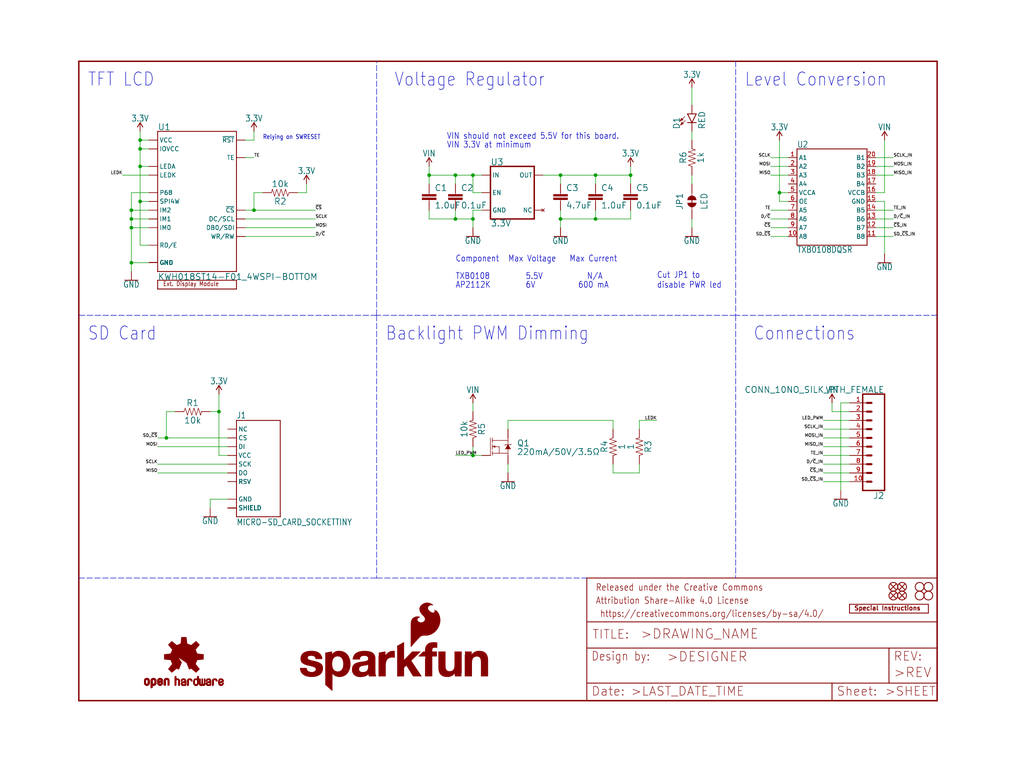
<source format=kicad_sch>
(kicad_sch (version 20211123) (generator eeschema)
  (paper "User" 297.002 223.926)
  (lib_symbols
    (symbol "eagleSchem-eagle-import:0.1UF-0603-100V-10%"
      (property "Reference" "C" (at 1.524 2.921 0))
      (property "Value" "0.1UF-0603-100V-10%" (at 1.524 -2.159 0))
      (symbol "0.1UF-0603-100V-10%_1_0"
        (pin passive line (at 0 5.08 270) (length 2.54) (name "1") (number "1"))
        (pin passive line (at 0 -2.54 90) (length 2.54) (name "2") (number "2"))
      )
    )
    (symbol "eagleSchem-eagle-import:1.0UF-0603-16V-10%"
      (property "Reference" "C" (at 1.524 2.921 0))
      (property "Value" "1.0UF-0603-16V-10%" (at 1.524 -2.159 0))
      (symbol "1.0UF-0603-16V-10%_1_0"
        (pin passive line (at 0 5.08 270) (length 2.54) (name "1") (number "1"))
        (pin passive line (at 0 -2.54 90) (length 2.54) (name "2") (number "2"))
      )
    )
    (symbol "eagleSchem-eagle-import:10KOHM-0603-1{slash}10W-1%"
      (property "Reference" "R" (at 0 1.524 0))
      (property "Value" "10KOHM-0603-1{slash}10W-1%" (at 0 -1.524 0))
      (symbol "10KOHM-0603-1{slash}10W-1%_1_0"
        (pin passive line (at -5.08 0 0) (length 2.54) (name "1") (number "1"))
        (pin passive line (at 5.08 0 180) (length 2.54) (name "2") (number "2"))
      )
    )
    (symbol "eagleSchem-eagle-import:1KOHM-0603-1{slash}10W-1%"
      (property "Reference" "R" (at 0 1.524 0))
      (property "Value" "1KOHM-0603-1{slash}10W-1%" (at 0 -1.524 0))
      (symbol "1KOHM-0603-1{slash}10W-1%_1_0"
        (pin passive line (at -5.08 0 0) (length 2.54) (name "1") (number "1"))
        (pin passive line (at 5.08 0 180) (length 2.54) (name "2") (number "2"))
      )
    )
    (symbol "eagleSchem-eagle-import:1OHM-0603-1{slash}10W-1%"
      (property "Reference" "R" (at 0 1.524 0))
      (property "Value" "1OHM-0603-1{slash}10W-1%" (at 0 -1.524 0))
      (symbol "1OHM-0603-1{slash}10W-1%_1_0"
        (pin passive line (at -5.08 0 0) (length 2.54) (name "1") (number "1"))
        (pin passive line (at 5.08 0 180) (length 2.54) (name "2") (number "2"))
      )
    )
    (symbol "eagleSchem-eagle-import:3.3V" (power)
      (property "Value" "3.3V" (at 0 2.794 0))
      (symbol "3.3V_1_0"
        (pin power_in line (at 0 0 90) (length 2.54) (name "3.3V") (number "1"))
      )
    )
    (symbol "eagleSchem-eagle-import:4.7UF-0603-6.3V-(10%)"
      (property "Reference" "C" (at 1.524 2.921 0))
      (property "Value" "4.7UF-0603-6.3V-(10%)" (at 1.524 -2.159 0))
      (symbol "4.7UF-0603-6.3V-(10%)_1_0"
        (pin passive line (at 0 5.08 270) (length 2.54) (name "1") (number "1"))
        (pin passive line (at 0 -2.54 90) (length 2.54) (name "2") (number "2"))
      )
    )
    (symbol "eagleSchem-eagle-import:CONN_10NO_SILK_PTH_FEMALE"
      (property "Reference" "J" (at 0 8.128 0))
      (property "Value" "CONN_10NO_SILK_PTH_FEMALE" (at 0 -22.606 0))
      (symbol "CONN_10NO_SILK_PTH_FEMALE_1_0"
        (pin passive line (at 10.16 -17.78 180) (length 5.08) (name "1") (number "1"))
        (pin passive line (at 10.16 5.08 180) (length 5.08) (name "10") (number "10"))
        (pin passive line (at 10.16 -15.24 180) (length 5.08) (name "2") (number "2"))
        (pin passive line (at 10.16 -12.7 180) (length 5.08) (name "3") (number "3"))
        (pin passive line (at 10.16 -10.16 180) (length 5.08) (name "4") (number "4"))
        (pin passive line (at 10.16 -7.62 180) (length 5.08) (name "5") (number "5"))
        (pin passive line (at 10.16 -5.08 180) (length 5.08) (name "6") (number "6"))
        (pin passive line (at 10.16 -2.54 180) (length 5.08) (name "7") (number "7"))
        (pin passive line (at 10.16 0 180) (length 5.08) (name "8") (number "8"))
        (pin passive line (at 10.16 2.54 180) (length 5.08) (name "9") (number "9"))
      )
    )
    (symbol "eagleSchem-eagle-import:EXTERNAL_DISP-KWH018ST14-F01"
      (symbol "EXTERNAL_DISP-KWH018ST14-F01_1_0"
        (text "Ext. Display Module" (at -13.716 0.762 0) (effects (font (size 1.27 1.0795)) (justify left bottom)))
      )
    )
    (symbol "eagleSchem-eagle-import:FIDUCIAL1X2")
    (symbol "eagleSchem-eagle-import:FRAME-LETTER"
      (symbol "FRAME-LETTER_2_0"
        (text " https://creativecommons.org/licenses/by-sa/4.0/" (at 2.54 24.13 0) (effects (font (size 1.9304 1.6408)) (justify left bottom)))
        (text ">DESIGNER" (at 23.114 11.176 0) (effects (font (size 2.7432 2.7432)) (justify left bottom)))
        (text ">DRAWING_NAME" (at 15.494 17.78 0) (effects (font (size 2.7432 2.7432)) (justify left bottom)))
        (text ">LAST_DATE_TIME" (at 12.7 1.27 0) (effects (font (size 2.54 2.54)) (justify left bottom)))
        (text ">REV" (at 88.9 6.604 0) (effects (font (size 2.7432 2.7432)) (justify left bottom)))
        (text ">SHEET" (at 86.36 1.27 0) (effects (font (size 2.54 2.54)) (justify left bottom)))
        (text "Attribution Share-Alike 4.0 License" (at 2.54 27.94 0) (effects (font (size 1.9304 1.6408)) (justify left bottom)))
        (text "Date:" (at 1.27 1.27 0) (effects (font (size 2.54 2.54)) (justify left bottom)))
        (text "Design by:" (at 1.27 11.43 0) (effects (font (size 2.54 2.159)) (justify left bottom)))
        (text "Released under the Creative Commons" (at 2.54 31.75 0) (effects (font (size 1.9304 1.6408)) (justify left bottom)))
        (text "REV:" (at 88.9 11.43 0) (effects (font (size 2.54 2.54)) (justify left bottom)))
        (text "Sheet:" (at 72.39 1.27 0) (effects (font (size 2.54 2.54)) (justify left bottom)))
        (text "TITLE:" (at 1.524 17.78 0) (effects (font (size 2.54 2.54)) (justify left bottom)))
      )
    )
    (symbol "eagleSchem-eagle-import:GND" (power)
      (property "Value" "GND" (at 0 -0.254 0))
      (symbol "GND_1_0"
        (pin power_in line (at 0 2.54 270) (length 2.54) (name "GND") (number "1"))
      )
    )
    (symbol "eagleSchem-eagle-import:JUMPER-SMT_2_NC_TRACE_SILK"
      (property "Reference" "JP" (at -2.54 2.54 0))
      (property "Value" "JUMPER-SMT_2_NC_TRACE_SILK" (at -2.54 -2.54 0))
      (symbol "JUMPER-SMT_2_NC_TRACE_SILK_1_0"
        (pin passive line (at -5.08 0 0) (length 2.54) (name "1") (number "1"))
        (pin passive line (at 5.08 0 180) (length 2.54) (name "2") (number "2"))
      )
    )
    (symbol "eagleSchem-eagle-import:KWH018ST14-F01_4WSPI-BOTTOM"
      (property "Reference" "U" (at -10.16 15.494 0))
      (property "Value" "KWH018ST14-F01_4WSPI-BOTTOM" (at -10.16 -27.94 0))
      (symbol "KWH018ST14-F01_4WSPI-BOTTOM_1_0"
        (pin bidirectional line (at -12.7 5.08 0) (length 2.54) (name "LEDA") (number "P$1"))
        (pin bidirectional line (at -12.7 -22.86 0) (length 2.54) (name "GND") (number "P$10"))
        (pin bidirectional line (at -12.7 -22.86 0) (length 2.54) (name "GND") (number "P$11"))
        (pin bidirectional line (at -12.7 -22.86 0) (length 2.54) (name "GND") (number "P$12"))
        (pin bidirectional line (at -12.7 -22.86 0) (length 2.54) (name "GND") (number "P$13"))
        (pin bidirectional line (at -12.7 -22.86 0) (length 2.54) (name "GND") (number "P$14"))
        (pin bidirectional line (at -12.7 -22.86 0) (length 2.54) (name "GND") (number "P$15"))
        (pin bidirectional line (at -12.7 -22.86 0) (length 2.54) (name "GND") (number "P$16"))
        (pin bidirectional line (at -12.7 -22.86 0) (length 2.54) (name "GND") (number "P$17"))
        (pin bidirectional line (at -12.7 -22.86 0) (length 2.54) (name "GND") (number "P$18"))
        (pin bidirectional line (at -12.7 -22.86 0) (length 2.54) (name "GND") (number "P$19"))
        (pin bidirectional line (at -12.7 2.54 0) (length 2.54) (name "LEDK") (number "P$2"))
        (pin bidirectional line (at -12.7 -22.86 0) (length 2.54) (name "GND") (number "P$20"))
        (pin bidirectional line (at -12.7 -22.86 0) (length 2.54) (name "GND") (number "P$21"))
        (pin bidirectional line (at -12.7 -22.86 0) (length 2.54) (name "GND") (number "P$22"))
        (pin bidirectional line (at -12.7 -22.86 0) (length 2.54) (name "GND") (number "P$23"))
        (pin bidirectional line (at -12.7 -22.86 0) (length 2.54) (name "GND") (number "P$24"))
        (pin bidirectional line (at 15.24 -12.7 180) (length 2.54) (name "DB0/SDI") (number "P$25"))
        (pin bidirectional line (at -12.7 -17.78 0) (length 2.54) (name "RD/E") (number "P$26"))
        (pin bidirectional line (at 15.24 -15.24 180) (length 2.54) (name "WR/RW") (number "P$27"))
        (pin bidirectional line (at 15.24 -10.16 180) (length 2.54) (name "DC/SCL") (number "P$28"))
        (pin bidirectional line (at 15.24 -7.62 180) (length 2.54) (name "~{CS}") (number "P$29"))
        (pin bidirectional line (at -12.7 -22.86 0) (length 2.54) (name "GND") (number "P$3"))
        (pin bidirectional line (at -12.7 -5.08 0) (length 2.54) (name "SPI4W") (number "P$30"))
        (pin bidirectional line (at -12.7 -2.54 0) (length 2.54) (name "P68") (number "P$31"))
        (pin bidirectional line (at -12.7 -7.62 0) (length 2.54) (name "IM2") (number "P$32"))
        (pin bidirectional line (at -12.7 -10.16 0) (length 2.54) (name "IM1") (number "P$33"))
        (pin bidirectional line (at -12.7 -12.7 0) (length 2.54) (name "IM0") (number "P$34"))
        (pin bidirectional line (at -12.7 -22.86 0) (length 2.54) (name "GND") (number "P$35"))
        (pin bidirectional line (at 15.24 12.7 180) (length 2.54) (name "~{RST}") (number "P$4"))
        (pin bidirectional line (at -12.7 -22.86 0) (length 2.54) (name "GND") (number "P$40"))
        (pin bidirectional line (at -12.7 12.7 0) (length 2.54) (name "VCC") (number "P$5"))
        (pin bidirectional line (at -12.7 10.16 0) (length 2.54) (name "IOVCC") (number "P$6"))
        (pin bidirectional line (at 15.24 7.62 180) (length 2.54) (name "TE") (number "P$7"))
        (pin bidirectional line (at -12.7 -22.86 0) (length 2.54) (name "GND") (number "P$8"))
        (pin bidirectional line (at -12.7 -22.86 0) (length 2.54) (name "GND") (number "P$9"))
      )
    )
    (symbol "eagleSchem-eagle-import:LED-RED0603"
      (property "Reference" "D" (at -3.429 -4.572 90))
      (property "Value" "LED-RED0603" (at 1.905 -4.572 90))
      (symbol "LED-RED0603_1_0"
        (pin passive line (at 0 2.54 270) (length 2.54) (name "A") (number "A"))
        (pin passive line (at 0 -5.08 90) (length 2.54) (name "C") (number "C"))
      )
    )
    (symbol "eagleSchem-eagle-import:MICRO-SD_CARD_SOCKETTINY"
      (property "Reference" "J" (at -5.08 15.748 0))
      (property "Value" "MICRO-SD_CARD_SOCKETTINY" (at -5.08 -15.24 0))
      (symbol "MICRO-SD_CARD_SOCKETTINY_1_0"
        (pin bidirectional line (at -7.62 -2.54 0) (length 2.54) (name "RSV") (number "1"))
        (pin bidirectional line (at -7.62 10.16 0) (length 2.54) (name "CS") (number "2"))
        (pin bidirectional line (at -7.62 7.62 0) (length 2.54) (name "DI") (number "3"))
        (pin bidirectional line (at -7.62 5.08 0) (length 2.54) (name "VCC") (number "4"))
        (pin bidirectional line (at -7.62 2.54 0) (length 2.54) (name "SCK") (number "5"))
        (pin bidirectional line (at -7.62 -7.62 0) (length 2.54) (name "GND") (number "6"))
        (pin bidirectional line (at -7.62 0 0) (length 2.54) (name "DO") (number "7"))
        (pin bidirectional line (at -7.62 -2.54 0) (length 2.54) (name "RSV") (number "8"))
        (pin bidirectional line (at -7.62 12.7 0) (length 2.54) (name "NC") (number "9"))
        (pin bidirectional line (at -7.62 -10.16 0) (length 2.54) (name "SHIELD") (number "GND1"))
        (pin bidirectional line (at -7.62 -10.16 0) (length 2.54) (name "SHIELD") (number "GND2"))
        (pin bidirectional line (at -7.62 -10.16 0) (length 2.54) (name "SHIELD") (number "GND3"))
        (pin bidirectional line (at -7.62 -10.16 0) (length 2.54) (name "SHIELD") (number "GND4"))
        (pin bidirectional line (at -7.62 -10.16 0) (length 2.54) (name "SHIELD") (number "GND5"))
        (pin bidirectional line (at -7.62 -10.16 0) (length 2.54) (name "SHIELD") (number "GND6"))
      )
    )
    (symbol "eagleSchem-eagle-import:MOSFET-NCH-BSS138"
      (property "Reference" "Q" (at 5.08 0 0))
      (property "Value" "MOSFET-NCH-BSS138" (at 5.08 -2.54 0))
      (symbol "MOSFET-NCH-BSS138_1_0"
        (pin bidirectional line (at -5.08 -2.54 0) (length 2.54) (name "G") (number "1"))
        (pin bidirectional line (at 2.54 -5.08 90) (length 2.54) (name "S") (number "2"))
        (pin bidirectional line (at 2.54 5.08 270) (length 2.54) (name "D") (number "3"))
      )
    )
    (symbol "eagleSchem-eagle-import:OSHW-LOGOS")
    (symbol "eagleSchem-eagle-import:SFE_LOGO_NAME_FLAME.3_INCH")
    (symbol "eagleSchem-eagle-import:SPECIAL_INSTRUCTIONS-PRODUCTION"
      (symbol "SPECIAL_INSTRUCTIONS-PRODUCTION_1_0"
        (text "Special Instructions" (at 1.27 0.6985 0) (effects (font (size 1.27 1.27) (thickness 0.254) bold) (justify left bottom)))
      )
    )
    (symbol "eagleSchem-eagle-import:STAND-OFF")
    (symbol "eagleSchem-eagle-import:TXB0108"
      (property "Reference" "U" (at -10.16 13.97 0))
      (property "Value" "TXB0108" (at -10.16 -16.51 0))
      (symbol "TXB0108_1_0"
        (pin bidirectional line (at -12.7 10.16 0) (length 2.54) (name "A1") (number "1"))
        (pin bidirectional line (at -12.7 -12.7 0) (length 2.54) (name "A8") (number "10"))
        (pin bidirectional line (at 12.7 -12.7 180) (length 2.54) (name "B8") (number "11"))
        (pin bidirectional line (at 12.7 -10.16 180) (length 2.54) (name "B7") (number "12"))
        (pin bidirectional line (at 12.7 -7.62 180) (length 2.54) (name "B6") (number "13"))
        (pin bidirectional line (at 12.7 -5.08 180) (length 2.54) (name "B5") (number "14"))
        (pin bidirectional line (at 12.7 -2.54 180) (length 2.54) (name "GND") (number "15"))
        (pin bidirectional line (at 12.7 0 180) (length 2.54) (name "VCCB") (number "16"))
        (pin bidirectional line (at 12.7 2.54 180) (length 2.54) (name "B4") (number "17"))
        (pin bidirectional line (at 12.7 5.08 180) (length 2.54) (name "B3") (number "18"))
        (pin bidirectional line (at 12.7 7.62 180) (length 2.54) (name "B2") (number "19"))
        (pin bidirectional line (at -12.7 7.62 0) (length 2.54) (name "A2") (number "2"))
        (pin bidirectional line (at 12.7 10.16 180) (length 2.54) (name "B1") (number "20"))
        (pin bidirectional line (at -12.7 5.08 0) (length 2.54) (name "A3") (number "3"))
        (pin bidirectional line (at -12.7 2.54 0) (length 2.54) (name "A4") (number "4"))
        (pin bidirectional line (at -12.7 0 0) (length 2.54) (name "VCCA") (number "5"))
        (pin bidirectional line (at -12.7 -2.54 0) (length 2.54) (name "OE") (number "6"))
        (pin bidirectional line (at -12.7 -5.08 0) (length 2.54) (name "A5") (number "7"))
        (pin bidirectional line (at -12.7 -7.62 0) (length 2.54) (name "A6") (number "8"))
        (pin bidirectional line (at -12.7 -10.16 0) (length 2.54) (name "A7") (number "9"))
      )
    )
    (symbol "eagleSchem-eagle-import:VIN" (power)
      (property "Value" "VIN" (at 0 2.794 0))
      (symbol "VIN_1_0"
        (pin power_in line (at 0 0 90) (length 2.54) (name "VIN") (number "1"))
      )
    )
    (symbol "eagleSchem-eagle-import:V_REG_AP2112K-3.3V"
      (property "Reference" "U" (at -7.62 7.874 0))
      (property "Value" "V_REG_AP2112K-3.3V" (at -7.62 -7.874 0))
      (symbol "V_REG_AP2112K-3.3V_1_0"
        (pin input line (at -10.16 5.08 0) (length 2.54) (name "IN") (number "1"))
        (pin input line (at -10.16 -5.08 0) (length 2.54) (name "GND") (number "2"))
        (pin input line (at -10.16 0 0) (length 2.54) (name "EN") (number "3"))
        (pin no_connect line (at 7.62 -5.08 180) (length 2.54) (name "NC") (number "4"))
        (pin passive line (at 7.62 5.08 180) (length 2.54) (name "OUT") (number "5"))
      )
    )
  )
  (junction (at 48.26 127))
  (junction (at 73.66 60.96))
  (junction (at 38.1 76.2))
  (junction (at 40.64 58.42))
  (junction (at 40.64 40.64))
  (junction (at 132.08 50.8))
  (junction (at 182.88 50.8))
  (junction (at 124.46 50.8))
  (junction (at 137.16 63.5))
  (junction (at 40.64 48.26))
  (junction (at 132.08 63.5))
  (junction (at 38.1 66.04))
  (junction (at 226.06 55.88))
  (junction (at 172.72 50.8))
  (junction (at 137.16 132.08))
  (junction (at 162.56 50.8))
  (junction (at 162.56 63.5))
  (junction (at 137.16 50.8))
  (junction (at 38.1 63.5))
  (junction (at 63.5 119.38))
  (junction (at 172.72 63.5))
  (junction (at 40.64 43.18))
  (junction (at 38.1 60.96))
  (wire (pts (xy 40.64 58.42) (xy 40.64 48.26)))
  (wire (pts (xy 172.72 63.5) (xy 182.88 63.5)))
  (wire (pts (xy 86.36 55.88) (xy 88.9 55.88)))
  (wire (pts (xy 38.1 76.2) (xy 38.1 78.74)))
  (wire (pts (xy 43.18 60.96) (xy 38.1 60.96)))
  (wire (pts (xy 40.64 43.18) (xy 40.64 40.64)))
  (wire (pts (xy 66.04 134.62) (xy 45.72 134.62)))
  (wire (pts (xy 132.08 60.96) (xy 132.08 63.5)))
  (wire (pts (xy 254 68.58) (xy 259.08 68.58)))
  (wire (pts (xy 246.38 137.16) (xy 238.76 137.16)))
  (wire (pts (xy 40.64 71.12) (xy 40.64 58.42)))
  (wire (pts (xy 91.44 68.58) (xy 71.12 68.58)))
  (wire (pts (xy 88.9 55.88) (xy 88.9 53.34)))
  (wire (pts (xy 43.18 40.64) (xy 40.64 40.64)))
  (wire (pts (xy 200.66 53.34) (xy 200.66 50.8)))
  (wire (pts (xy 132.08 50.8) (xy 137.16 50.8)))
  (wire (pts (xy 60.96 144.78) (xy 66.04 144.78)))
  (wire (pts (xy 124.46 63.5) (xy 132.08 63.5)))
  (wire (pts (xy 73.66 40.64) (xy 73.66 38.1)))
  (wire (pts (xy 182.88 50.8) (xy 182.88 53.34)))
  (wire (pts (xy 238.76 129.54) (xy 246.38 129.54)))
  (wire (pts (xy 241.3 116.84) (xy 241.3 119.38)))
  (wire (pts (xy 91.44 63.5) (xy 71.12 63.5)))
  (wire (pts (xy 228.6 45.72) (xy 223.52 45.72)))
  (wire (pts (xy 228.6 50.8) (xy 223.52 50.8)))
  (wire (pts (xy 226.06 58.42) (xy 226.06 55.88)))
  (wire (pts (xy 124.46 53.34) (xy 124.46 50.8)))
  (wire (pts (xy 254 45.72) (xy 259.08 45.72)))
  (polyline (pts (xy 271.78 91.44) (xy 213.36 91.44)))
  (wire (pts (xy 43.18 66.04) (xy 38.1 66.04)))
  (wire (pts (xy 162.56 63.5) (xy 162.56 66.04)))
  (wire (pts (xy 228.6 48.26) (xy 223.52 48.26)))
  (wire (pts (xy 182.88 63.5) (xy 182.88 60.96)))
  (wire (pts (xy 43.18 71.12) (xy 40.64 71.12)))
  (wire (pts (xy 38.1 66.04) (xy 38.1 76.2)))
  (wire (pts (xy 60.96 147.32) (xy 60.96 144.78)))
  (wire (pts (xy 228.6 60.96) (xy 223.52 60.96)))
  (wire (pts (xy 177.8 124.46) (xy 177.8 121.92)))
  (wire (pts (xy 48.26 127) (xy 45.72 127)))
  (wire (pts (xy 60.96 119.38) (xy 63.5 119.38)))
  (wire (pts (xy 40.64 58.42) (xy 43.18 58.42)))
  (wire (pts (xy 43.18 48.26) (xy 40.64 48.26)))
  (wire (pts (xy 50.8 119.38) (xy 48.26 119.38)))
  (wire (pts (xy 147.32 137.16) (xy 147.32 134.62)))
  (wire (pts (xy 254 58.42) (xy 256.54 58.42)))
  (wire (pts (xy 124.46 50.8) (xy 124.46 48.26)))
  (wire (pts (xy 238.76 134.62) (xy 246.38 134.62)))
  (wire (pts (xy 243.84 116.84) (xy 246.38 116.84)))
  (wire (pts (xy 139.7 132.08) (xy 137.16 132.08)))
  (wire (pts (xy 200.66 66.04) (xy 200.66 63.5)))
  (wire (pts (xy 73.66 55.88) (xy 73.66 60.96)))
  (wire (pts (xy 172.72 50.8) (xy 182.88 50.8)))
  (wire (pts (xy 66.04 127) (xy 48.26 127)))
  (polyline (pts (xy 109.22 91.44) (xy 22.86 91.44)))
  (wire (pts (xy 38.1 63.5) (xy 38.1 66.04)))
  (wire (pts (xy 185.42 134.62) (xy 185.42 137.16)))
  (wire (pts (xy 48.26 119.38) (xy 48.26 127)))
  (wire (pts (xy 162.56 60.96) (xy 162.56 63.5)))
  (wire (pts (xy 139.7 50.8) (xy 137.16 50.8)))
  (polyline (pts (xy 109.22 91.44) (xy 109.22 167.64)))
  (wire (pts (xy 76.2 55.88) (xy 73.66 55.88)))
  (wire (pts (xy 157.48 50.8) (xy 162.56 50.8)))
  (wire (pts (xy 38.1 60.96) (xy 38.1 63.5)))
  (wire (pts (xy 223.52 66.04) (xy 228.6 66.04)))
  (wire (pts (xy 66.04 132.08) (xy 63.5 132.08)))
  (polyline (pts (xy 22.86 167.64) (xy 109.22 167.64)))
  (wire (pts (xy 147.32 121.92) (xy 147.32 124.46)))
  (wire (pts (xy 43.18 43.18) (xy 40.64 43.18)))
  (wire (pts (xy 45.72 129.54) (xy 66.04 129.54)))
  (wire (pts (xy 91.44 60.96) (xy 73.66 60.96)))
  (wire (pts (xy 43.18 55.88) (xy 38.1 55.88)))
  (wire (pts (xy 182.88 48.26) (xy 182.88 50.8)))
  (wire (pts (xy 238.76 127) (xy 246.38 127)))
  (wire (pts (xy 246.38 119.38) (xy 241.3 119.38)))
  (wire (pts (xy 254 50.8) (xy 259.08 50.8)))
  (wire (pts (xy 226.06 55.88) (xy 226.06 40.64)))
  (wire (pts (xy 254 48.26) (xy 259.08 48.26)))
  (wire (pts (xy 132.08 50.8) (xy 132.08 53.34)))
  (wire (pts (xy 238.76 124.46) (xy 246.38 124.46)))
  (wire (pts (xy 35.56 50.8) (xy 43.18 50.8)))
  (wire (pts (xy 38.1 55.88) (xy 38.1 60.96)))
  (polyline (pts (xy 213.36 91.44) (xy 213.36 167.64)))
  (wire (pts (xy 137.16 119.38) (xy 137.16 116.84)))
  (wire (pts (xy 246.38 139.7) (xy 238.76 139.7)))
  (wire (pts (xy 177.8 137.16) (xy 185.42 137.16)))
  (wire (pts (xy 137.16 63.5) (xy 137.16 66.04)))
  (wire (pts (xy 172.72 53.34) (xy 172.72 50.8)))
  (wire (pts (xy 73.66 45.72) (xy 71.12 45.72)))
  (wire (pts (xy 238.76 132.08) (xy 246.38 132.08)))
  (wire (pts (xy 137.16 129.54) (xy 137.16 132.08)))
  (wire (pts (xy 139.7 55.88) (xy 137.16 55.88)))
  (wire (pts (xy 259.08 63.5) (xy 254 63.5)))
  (wire (pts (xy 91.44 66.04) (xy 71.12 66.04)))
  (wire (pts (xy 137.16 60.96) (xy 137.16 63.5)))
  (wire (pts (xy 177.8 121.92) (xy 147.32 121.92)))
  (polyline (pts (xy 213.36 91.44) (xy 109.22 91.44)))
  (wire (pts (xy 71.12 40.64) (xy 73.66 40.64)))
  (wire (pts (xy 137.16 132.08) (xy 132.08 132.08)))
  (wire (pts (xy 223.52 63.5) (xy 228.6 63.5)))
  (wire (pts (xy 228.6 68.58) (xy 223.52 68.58)))
  (wire (pts (xy 254 66.04) (xy 259.08 66.04)))
  (wire (pts (xy 63.5 119.38) (xy 63.5 114.3)))
  (wire (pts (xy 73.66 60.96) (xy 71.12 60.96)))
  (wire (pts (xy 200.66 38.1) (xy 200.66 40.64)))
  (polyline (pts (xy 213.36 17.78) (xy 213.36 91.44)))
  (wire (pts (xy 185.42 121.92) (xy 190.5 121.92)))
  (wire (pts (xy 66.04 137.16) (xy 45.72 137.16)))
  (wire (pts (xy 177.8 137.16) (xy 177.8 134.62)))
  (wire (pts (xy 185.42 124.46) (xy 185.42 121.92)))
  (wire (pts (xy 162.56 50.8) (xy 172.72 50.8)))
  (wire (pts (xy 139.7 60.96) (xy 137.16 60.96)))
  (polyline (pts (xy 109.22 91.44) (xy 109.22 17.78)))
  (wire (pts (xy 254 55.88) (xy 256.54 55.88)))
  (wire (pts (xy 162.56 53.34) (xy 162.56 50.8)))
  (wire (pts (xy 228.6 58.42) (xy 226.06 58.42)))
  (wire (pts (xy 228.6 55.88) (xy 226.06 55.88)))
  (wire (pts (xy 137.16 55.88) (xy 137.16 50.8)))
  (wire (pts (xy 200.66 25.4) (xy 200.66 30.48)))
  (wire (pts (xy 243.84 116.84) (xy 243.84 142.24)))
  (wire (pts (xy 254 60.96) (xy 259.08 60.96)))
  (wire (pts (xy 43.18 63.5) (xy 38.1 63.5)))
  (polyline (pts (xy 109.22 167.64) (xy 170.18 167.64)))
  (wire (pts (xy 132.08 63.5) (xy 137.16 63.5)))
  (wire (pts (xy 43.18 76.2) (xy 38.1 76.2)))
  (wire (pts (xy 40.64 48.26) (xy 40.64 43.18)))
  (wire (pts (xy 162.56 63.5) (xy 172.72 63.5)))
  (wire (pts (xy 63.5 132.08) (xy 63.5 119.38)))
  (wire (pts (xy 172.72 63.5) (xy 172.72 60.96)))
  (wire (pts (xy 256.54 55.88) (xy 256.54 40.64)))
  (wire (pts (xy 40.64 40.64) (xy 40.64 38.1)))
  (wire (pts (xy 124.46 50.8) (xy 132.08 50.8)))
  (wire (pts (xy 124.46 60.96) (xy 124.46 63.5)))
  (wire (pts (xy 256.54 58.42) (xy 256.54 73.66)))
  (wire (pts (xy 238.76 121.92) (xy 246.38 121.92)))
  (text "600 mA" (at 167.64 83.82 180) (effects (font (size 1.778 1.5113)) (justify left bottom)))
  (text "N/A" (at 170.18 81.28 180) (effects (font (size 1.778 1.5113)) (justify left bottom)))
  (text "Max Voltage" (at 147.32 76.2 180) (effects (font (size 1.778 1.5113)) (justify left bottom)))
  (text "VIN 3.3V at minimum" (at 129.54 43.18 180) (effects (font (size 1.778 1.5113)) (justify left bottom)))
  (text "Max Current" (at 165.1 76.2 180) (effects (font (size 1.778 1.5113)) (justify left bottom)))
  (text "TXB0108" (at 132.08 81.28 180) (effects (font (size 1.778 1.5113)) (justify left bottom)))
  (text "Level Conversion" (at 215.9 25.4 180) (effects (font (size 3.81 3.2385)) (justify left bottom)))
  (text "Component" (at 132.08 76.2 180) (effects (font (size 1.778 1.5113)) (justify left bottom)))
  (text "AP2112K" (at 132.08 83.82 180) (effects (font (size 1.778 1.5113)) (justify left bottom)))
  (text "Voltage Regulator" (at 114.3 25.4 180) (effects (font (size 3.81 3.2385)) (justify left bottom)))
  (text "Backlight PWM Dimming" (at 111.76 99.06 180) (effects (font (size 3.81 3.2385)) (justify left bottom)))
  (text "Relying on SWRESET" (at 76.2 40.64 180) (effects (font (size 1.27 1.0795)) (justify left bottom)))
  (text "VIN should not exceed 5.5V for this board." (at 129.54 40.64 180) (effects (font (size 1.778 1.5113)) (justify left bottom)))
  (text "SD Card" (at 25.4 99.06 180) (effects (font (size 3.81 3.2385)) (justify left bottom)))
  (text "6V" (at 152.4 83.82 180) (effects (font (size 1.778 1.5113)) (justify left bottom)))
  (text "Cut JP1 to\ndisable PWR led" (at 190.5 83.82 180) (effects (font (size 1.778 1.5113)) (justify left bottom)))
  (text "TFT LCD" (at 25.4 25.4 180) (effects (font (size 3.81 3.2385)) (justify left bottom)))
  (text "Connections" (at 218.44 99.06 180) (effects (font (size 3.81 3.2385)) (justify left bottom)))
  (text "5.5V" (at 152.4 81.28 180) (effects (font (size 1.778 1.5113)) (justify left bottom)))
  (label "LED_PWM" (at 238.76 121.92 180) (effects (font (size 0.889 0.889))))
  (label "D/~{C}_IN" (at 238.76 134.62 180) (effects (font (size 0.889 0.889))))
  (label "~{CS}" (at 223.52 66.04 180) (effects (font (size 0.889 0.889))))
  (label "LEDK" (at 35.56 50.8 180) (effects (font (size 0.889 0.889))))
  (label "MOSI" (at 223.52 48.26 180) (effects (font (size 0.889 0.889))))
  (label "TE_IN" (at 259.08 60.96 0) (effects (font (size 0.889 0.889))))
  (label "MOSI" (at 45.72 129.54 180) (effects (font (size 0.889 0.889))))
  (label "TE_IN" (at 238.76 132.08 180) (effects (font (size 0.889 0.889))))
  (label "MOSI" (at 91.44 66.04 0) (effects (font (size 0.889 0.889))))
  (label "LEDK" (at 190.5 121.92 180) (effects (font (size 0.889 0.889))))
  (label "MOSI_IN" (at 259.08 48.26 0) (effects (font (size 0.889 0.889))))
  (label "SD_~{CS}" (at 45.72 127 180) (effects (font (size 0.889 0.889))))
  (label "SCLK_IN" (at 238.76 124.46 180) (effects (font (size 0.889 0.889))))
  (label "SCLK" (at 223.52 45.72 180) (effects (font (size 0.889 0.889))))
  (label "TE" (at 223.52 60.96 180) (effects (font (size 0.889 0.889))))
  (label "MISO" (at 45.72 137.16 180) (effects (font (size 0.889 0.889))))
  (label "~{CS}" (at 91.44 60.96 0) (effects (font (size 0.889 0.889))))
  (label "D/~{C}" (at 223.52 63.5 180) (effects (font (size 0.889 0.889))))
  (label "MOSI_IN" (at 238.76 127 180) (effects (font (size 0.889 0.889))))
  (label "~{CS}_IN" (at 259.08 66.04 0) (effects (font (size 0.889 0.889))))
  (label "LED_PWM" (at 132.08 132.08 0) (effects (font (size 0.889 0.889))))
  (label "SCLK_IN" (at 259.08 45.72 0) (effects (font (size 0.889 0.889))))
  (label "SCLK" (at 91.44 63.5 0) (effects (font (size 0.889 0.889))))
  (label "TE" (at 73.66 45.72 0) (effects (font (size 0.889 0.889))))
  (label "SD_~{CS}" (at 223.52 68.58 180) (effects (font (size 0.889 0.889))))
  (label "SD_~{CS}_IN" (at 238.76 139.7 180) (effects (font (size 0.889 0.889))))
  (label "SCLK" (at 45.72 134.62 180) (effects (font (size 0.889 0.889))))
  (label "MISO_IN" (at 259.08 50.8 0) (effects (font (size 0.889 0.889))))
  (label "~{CS}_IN" (at 238.76 137.16 180) (effects (font (size 0.889 0.889))))
  (label "SD_~{CS}_IN" (at 259.08 68.58 0) (effects (font (size 0.889 0.889))))
  (label "D/~{C}_IN" (at 259.08 63.5 0) (effects (font (size 0.889 0.889))))
  (label "D/~{C}" (at 91.44 68.58 0) (effects (font (size 0.889 0.889))))
  (label "MISO_IN" (at 238.76 129.54 180) (effects (font (size 0.889 0.889))))
  (label "MISO" (at 223.52 50.8 180) (effects (font (size 0.889 0.889))))
  (symbol (lib_id "eagleSchem-eagle-import:3.3V") (at 63.5 114.3 0) (unit 1)
    (property "Reference" "#SUPPLY2" (effects hide))
    (property "Value" "3.3V" (at 63.5 111.506 0) (effects (font (size 1.778 1.5113)) (justify bottom)))
    (property "Footprint" "eagleSchem:" (effects hide))
  )
  (symbol (lib_id "eagleSchem-eagle-import:FIDUCIAL1X2") (at 259.08 172.72 0) (unit 1)
    (property "Reference" "FD2" (effects hide))
    (property "Value" "FIDUCIAL1X2" (effects hide))
    (property "Footprint" "eagleSchem:FIDUCIAL-1X2" (effects hide))
  )
  (symbol (lib_id "eagleSchem-eagle-import:GND") (at 60.96 149.86 0) (unit 1)
    (property "Reference" "#GND2" (effects hide))
    (property "Value" "GND" (at 60.96 150.114 0) (effects (font (size 1.778 1.5113)) (justify top)))
    (property "Footprint" "eagleSchem:" (effects hide))
  )
  (symbol (lib_id "eagleSchem-eagle-import:10KOHM-0603-1{slash}10W-1%") (at 55.88 119.38 0) (unit 1)
    (property "Reference" "R1" (at 55.88 117.856 0) (effects (font (size 1.778 1.778)) (justify bottom)))
    (property "Value" "10k" (at 55.88 120.904 0) (effects (font (size 1.778 1.778)) (justify top)))
    (property "Footprint" "eagleSchem:0603" (effects hide))
  )
  (symbol (lib_id "eagleSchem-eagle-import:TXB0108") (at 241.3 55.88 0) (unit 1)
    (property "Reference" "U2" (at 231.14 41.91 0) (effects (font (size 1.778 1.5113)) (justify left)))
    (property "Value" "TXB0108DQSR" (at 231.14 72.39 0) (effects (font (size 1.778 1.5113)) (justify left)))
    (property "Footprint" "eagleSchem:UFDFN-20" (effects hide))
  )
  (symbol (lib_id "eagleSchem-eagle-import:3.3V") (at 40.64 38.1 0) (unit 1)
    (property "Reference" "#SUPPLY1" (effects hide))
    (property "Value" "3.3V" (at 40.64 35.306 0) (effects (font (size 1.778 1.5113)) (justify bottom)))
    (property "Footprint" "eagleSchem:" (effects hide))
  )
  (symbol (lib_id "eagleSchem-eagle-import:STAND-OFF") (at 266.7 170.18 0) (unit 1)
    (property "Reference" "H1" (effects hide))
    (property "Value" "STAND-OFF" (effects hide))
    (property "Footprint" "eagleSchem:STAND-OFF" (effects hide))
  )
  (symbol (lib_id "eagleSchem-eagle-import:GND") (at 38.1 81.28 0) (unit 1)
    (property "Reference" "#GND1" (effects hide))
    (property "Value" "GND" (at 38.1 81.534 0) (effects (font (size 1.778 1.5113)) (justify top)))
    (property "Footprint" "eagleSchem:" (effects hide))
  )
  (symbol (lib_id "eagleSchem-eagle-import:VIN") (at 137.16 116.84 0) (mirror y) (unit 1)
    (property "Reference" "#SUPPLY6" (effects hide))
    (property "Value" "VIN" (at 137.16 114.046 0) (effects (font (size 1.778 1.5113)) (justify bottom)))
    (property "Footprint" "eagleSchem:" (effects hide))
  )
  (symbol (lib_id "eagleSchem-eagle-import:GND") (at 256.54 76.2 0) (unit 1)
    (property "Reference" "#GND9" (effects hide))
    (property "Value" "GND" (at 256.54 76.454 0) (effects (font (size 1.778 1.5113)) (justify top)))
    (property "Footprint" "eagleSchem:" (effects hide))
  )
  (symbol (lib_id "eagleSchem-eagle-import:3.3V") (at 88.9 53.34 0) (unit 1)
    (property "Reference" "#SUPPLY4" (effects hide))
    (property "Value" "3.3V" (at 88.9 50.546 0) (effects (font (size 1.778 1.5113)) (justify bottom)))
    (property "Footprint" "eagleSchem:" (effects hide))
  )
  (symbol (lib_id "eagleSchem-eagle-import:10KOHM-0603-1{slash}10W-1%") (at 137.16 124.46 270) (mirror x) (unit 1)
    (property "Reference" "R5" (at 138.684 124.46 0) (effects (font (size 1.778 1.778)) (justify bottom)))
    (property "Value" "10k" (at 135.636 124.46 0) (effects (font (size 1.778 1.778)) (justify top)))
    (property "Footprint" "eagleSchem:0603" (effects hide))
  )
  (symbol (lib_id "eagleSchem-eagle-import:GND") (at 243.84 144.78 0) (unit 1)
    (property "Reference" "#GND3" (effects hide))
    (property "Value" "GND" (at 243.84 145.034 0) (effects (font (size 1.778 1.5113)) (justify top)))
    (property "Footprint" "eagleSchem:" (effects hide))
  )
  (symbol (lib_id "eagleSchem-eagle-import:FIDUCIAL1X2") (at 261.62 172.72 0) (unit 1)
    (property "Reference" "FD4" (effects hide))
    (property "Value" "FIDUCIAL1X2" (effects hide))
    (property "Footprint" "eagleSchem:FIDUCIAL-1X2" (effects hide))
  )
  (symbol (lib_id "eagleSchem-eagle-import:GND") (at 137.16 68.58 0) (unit 1)
    (property "Reference" "#GND10" (effects hide))
    (property "Value" "GND" (at 137.16 68.834 0) (effects (font (size 1.778 1.5113)) (justify top)))
    (property "Footprint" "eagleSchem:" (effects hide))
  )
  (symbol (lib_id "eagleSchem-eagle-import:4.7UF-0603-6.3V-(10%)") (at 162.56 58.42 0) (unit 1)
    (property "Reference" "C3" (at 164.084 55.499 0) (effects (font (size 1.778 1.778)) (justify left bottom)))
    (property "Value" "4.7uF" (at 164.084 60.579 0) (effects (font (size 1.778 1.778)) (justify left bottom)))
    (property "Footprint" "eagleSchem:0603" (effects hide))
  )
  (symbol (lib_id "eagleSchem-eagle-import:MOSFET-NCH-BSS138") (at 144.78 129.54 0) (unit 1)
    (property "Reference" "Q1" (at 149.86 129.54 0) (effects (font (size 1.778 1.778)) (justify left bottom)))
    (property "Value" "220mA/50V/3.5Ω" (at 149.86 132.08 0) (effects (font (size 1.778 1.778)) (justify left bottom)))
    (property "Footprint" "eagleSchem:SOT23-3" (effects hide))
  )
  (symbol (lib_id "eagleSchem-eagle-import:1OHM-0603-1{slash}10W-1%") (at 177.8 129.54 90) (mirror x) (unit 1)
    (property "Reference" "R4" (at 176.276 129.54 0) (effects (font (size 1.778 1.778)) (justify bottom)))
    (property "Value" "1" (at 179.324 129.54 0) (effects (font (size 1.778 1.778)) (justify top)))
    (property "Footprint" "eagleSchem:0603" (effects hide))
  )
  (symbol (lib_id "eagleSchem-eagle-import:3.3V") (at 182.88 48.26 0) (unit 1)
    (property "Reference" "#SUPPLY9" (effects hide))
    (property "Value" "3.3V" (at 182.88 45.466 0) (effects (font (size 1.778 1.5113)) (justify bottom)))
    (property "Footprint" "eagleSchem:" (effects hide))
  )
  (symbol (lib_id "eagleSchem-eagle-import:3.3V") (at 73.66 38.1 0) (unit 1)
    (property "Reference" "#SUPPLY3" (effects hide))
    (property "Value" "3.3V" (at 73.66 35.306 0) (effects (font (size 1.778 1.5113)) (justify bottom)))
    (property "Footprint" "eagleSchem:" (effects hide))
  )
  (symbol (lib_id "eagleSchem-eagle-import:0.1UF-0603-100V-10%") (at 132.08 58.42 0) (unit 1)
    (property "Reference" "C2" (at 133.604 55.499 0) (effects (font (size 1.778 1.778)) (justify left bottom)))
    (property "Value" "0.1uF" (at 133.604 60.579 0) (effects (font (size 1.778 1.778)) (justify left bottom)))
    (property "Footprint" "eagleSchem:0603" (effects hide))
  )
  (symbol (lib_id "eagleSchem-eagle-import:0.1UF-0603-100V-10%") (at 182.88 58.42 0) (unit 1)
    (property "Reference" "C5" (at 184.404 55.499 0) (effects (font (size 1.778 1.778)) (justify left bottom)))
    (property "Value" "0.1uF" (at 184.404 60.579 0) (effects (font (size 1.778 1.778)) (justify left bottom)))
    (property "Footprint" "eagleSchem:0603" (effects hide))
  )
  (symbol (lib_id "eagleSchem-eagle-import:VIN") (at 241.3 116.84 0) (unit 1)
    (property "Reference" "#SUPPLY11" (effects hide))
    (property "Value" "VIN" (at 241.3 114.046 0) (effects (font (size 1.778 1.5113)) (justify bottom)))
    (property "Footprint" "eagleSchem:" (effects hide))
  )
  (symbol (lib_id "eagleSchem-eagle-import:STAND-OFF") (at 269.24 172.72 0) (unit 1)
    (property "Reference" "H4" (effects hide))
    (property "Value" "STAND-OFF" (effects hide))
    (property "Footprint" "eagleSchem:STAND-OFF" (effects hide))
  )
  (symbol (lib_id "eagleSchem-eagle-import:SPECIAL_INSTRUCTIONS-PRODUCTION") (at 246.38 177.8 0) (unit 1)
    (property "Reference" "LOGO2" (effects hide))
    (property "Value" "SPECIAL_INSTRUCTIONS-PRODUCTION" (effects hide))
    (property "Footprint" "eagleSchem:PRODUCTION_INSTRUCTIONS" (effects hide))
  )
  (symbol (lib_id "eagleSchem-eagle-import:FIDUCIAL1X2") (at 259.08 170.18 0) (unit 1)
    (property "Reference" "FD1" (effects hide))
    (property "Value" "FIDUCIAL1X2" (effects hide))
    (property "Footprint" "eagleSchem:FIDUCIAL-1X2" (effects hide))
  )
  (symbol (lib_id "eagleSchem-eagle-import:GND") (at 147.32 139.7 0) (mirror y) (unit 1)
    (property "Reference" "#GND13" (effects hide))
    (property "Value" "GND" (at 147.32 139.954 0) (effects (font (size 1.778 1.5113)) (justify top)))
    (property "Footprint" "eagleSchem:" (effects hide))
  )
  (symbol (lib_id "eagleSchem-eagle-import:EXTERNAL_DISP-KWH018ST14-F01") (at 60.96 83.82 0) (unit 1)
    (property "Reference" "U$33" (effects hide))
    (property "Value" "EXTERNAL_DISP-KWH018ST14-F01" (effects hide))
    (property "Footprint" "eagleSchem:KWH018ST14-F01_HOLES" (effects hide))
  )
  (symbol (lib_id "eagleSchem-eagle-import:1OHM-0603-1{slash}10W-1%") (at 185.42 129.54 270) (mirror x) (unit 1)
    (property "Reference" "R3" (at 186.944 129.54 0) (effects (font (size 1.778 1.778)) (justify bottom)))
    (property "Value" "1" (at 183.896 129.54 0) (effects (font (size 1.778 1.778)) (justify top)))
    (property "Footprint" "eagleSchem:0603" (effects hide))
  )
  (symbol (lib_id "eagleSchem-eagle-import:STAND-OFF") (at 269.24 170.18 0) (unit 1)
    (property "Reference" "H3" (effects hide))
    (property "Value" "STAND-OFF" (effects hide))
    (property "Footprint" "eagleSchem:STAND-OFF" (effects hide))
  )
  (symbol (lib_id "eagleSchem-eagle-import:CONN_10NO_SILK_PTH_FEMALE") (at 256.54 134.62 180) (unit 1)
    (property "Reference" "J2" (at 256.54 142.748 0) (effects (font (size 1.778 1.778)) (justify left bottom)))
    (property "Value" "CONN_10NO_SILK_PTH_FEMALE" (at 256.54 112.014 0) (effects (font (size 1.778 1.778)) (justify left bottom)))
    (property "Footprint" "eagleSchem:1X10_NO_SILK" (effects hide))
  )
  (symbol (lib_id "eagleSchem-eagle-import:OSHW-LOGOS") (at 53.34 190.5 0) (unit 1)
    (property "Reference" "LOGO3" (effects hide))
    (property "Value" "OSHW-LOGOS" (effects hide))
    (property "Footprint" "eagleSchem:OSHW-LOGO-S" (effects hide))
  )
  (symbol (lib_id "eagleSchem-eagle-import:1.0UF-0603-16V-10%") (at 172.72 58.42 0) (unit 1)
    (property "Reference" "C4" (at 174.244 55.499 0) (effects (font (size 1.778 1.778)) (justify left bottom)))
    (property "Value" "1.0uF" (at 174.244 60.579 0) (effects (font (size 1.778 1.778)) (justify left bottom)))
    (property "Footprint" "eagleSchem:0603" (effects hide))
  )
  (symbol (lib_id "eagleSchem-eagle-import:1KOHM-0603-1{slash}10W-1%") (at 200.66 45.72 90) (unit 1)
    (property "Reference" "R6" (at 199.136 45.72 0) (effects (font (size 1.778 1.778)) (justify bottom)))
    (property "Value" "1k" (at 202.184 45.72 0) (effects (font (size 1.778 1.778)) (justify top)))
    (property "Footprint" "eagleSchem:0603" (effects hide))
  )
  (symbol (lib_id "eagleSchem-eagle-import:V_REG_AP2112K-3.3V") (at 149.86 55.88 0) (unit 1)
    (property "Reference" "U3" (at 142.24 48.006 0) (effects (font (size 1.778 1.778)) (justify left bottom)))
    (property "Value" "3.3V" (at 142.24 63.754 0) (effects (font (size 1.778 1.778)) (justify left top)))
    (property "Footprint" "eagleSchem:SOT23-5" (effects hide))
  )
  (symbol (lib_id "eagleSchem-eagle-import:JUMPER-SMT_2_NC_TRACE_SILK") (at 200.66 58.42 90) (unit 1)
    (property "Reference" "JP1" (at 198.12 60.96 0) (effects (font (size 1.778 1.778)) (justify left bottom)))
    (property "Value" "LED" (at 203.2 60.96 0) (effects (font (size 1.778 1.778)) (justify left top)))
    (property "Footprint" "eagleSchem:SMT-JUMPER_2_NC_TRACE_SILK" (effects hide))
  )
  (symbol (lib_id "eagleSchem-eagle-import:VIN") (at 256.54 40.64 0) (unit 1)
    (property "Reference" "#SUPPLY7" (effects hide))
    (property "Value" "VIN" (at 256.54 37.846 0) (effects (font (size 1.778 1.5113)) (justify bottom)))
    (property "Footprint" "eagleSchem:" (effects hide))
  )
  (symbol (lib_id "eagleSchem-eagle-import:MICRO-SD_CARD_SOCKETTINY") (at 73.66 137.16 0) (unit 1)
    (property "Reference" "J1" (at 68.58 121.412 0) (effects (font (size 1.778 1.5113)) (justify left bottom)))
    (property "Value" "MICRO-SD_CARD_SOCKETTINY" (at 68.58 152.4 0) (effects (font (size 1.778 1.5113)) (justify left bottom)))
    (property "Footprint" "eagleSchem:MICROSD_TINY" (effects hide))
  )
  (symbol (lib_id "eagleSchem-eagle-import:3.3V") (at 200.66 25.4 0) (unit 1)
    (property "Reference" "#SUPPLY5" (effects hide))
    (property "Value" "3.3V" (at 200.66 22.606 0) (effects (font (size 1.778 1.5113)) (justify bottom)))
    (property "Footprint" "eagleSchem:" (effects hide))
  )
  (symbol (lib_id "eagleSchem-eagle-import:FIDUCIAL1X2") (at 261.62 170.18 0) (unit 1)
    (property "Reference" "FD3" (effects hide))
    (property "Value" "FIDUCIAL1X2" (effects hide))
    (property "Footprint" "eagleSchem:FIDUCIAL-1X2" (effects hide))
  )
  (symbol (lib_id "eagleSchem-eagle-import:LED-RED0603") (at 200.66 33.02 0) (unit 1)
    (property "Reference" "D1" (at 197.231 37.592 90) (effects (font (size 1.778 1.778)) (justify left bottom)))
    (property "Value" "RED" (at 202.565 37.592 90) (effects (font (size 1.778 1.778)) (justify left top)))
    (property "Footprint" "eagleSchem:LED-0603" (effects hide))
  )
  (symbol (lib_id "eagleSchem-eagle-import:STAND-OFF") (at 266.7 172.72 0) (unit 1)
    (property "Reference" "H2" (effects hide))
    (property "Value" "STAND-OFF" (effects hide))
    (property "Footprint" "eagleSchem:STAND-OFF" (effects hide))
  )
  (symbol (lib_id "eagleSchem-eagle-import:10KOHM-0603-1{slash}10W-1%") (at 81.28 55.88 180) (unit 1)
    (property "Reference" "R2" (at 81.28 57.404 0) (effects (font (size 1.778 1.778)) (justify bottom)))
    (property "Value" "10k" (at 81.28 54.356 0) (effects (font (size 1.778 1.778)) (justify top)))
    (property "Footprint" "eagleSchem:0603" (effects hide))
  )
  (symbol (lib_id "eagleSchem-eagle-import:FRAME-LETTER") (at 22.86 203.2 0) (unit 1)
    (property "Reference" "FRAME1" (effects hide))
    (property "Value" "FRAME-LETTER" (effects hide))
    (property "Footprint" "eagleSchem:CREATIVE_COMMONS" (effects hide))
    (property "Value" "FRAME-LETTER" (effects hide))
    (property "Value" "FRAME-LETTER" (effects hide))
  )
  (symbol (lib_id "eagleSchem-eagle-import:GND") (at 162.56 68.58 0) (unit 1)
    (property "Reference" "#GND11" (effects hide))
    (property "Value" "GND" (at 162.56 68.834 0) (effects (font (size 1.778 1.5113)) (justify top)))
    (property "Footprint" "eagleSchem:" (effects hide))
  )
  (symbol (lib_id "eagleSchem-eagle-import:FRAME-LETTER") (at 170.18 203.2 0) (unit 2)
    (property "Reference" "FRAME1" (effects hide))
    (property "Value" "FRAME-LETTER" (effects hide))
    (property "Footprint" "eagleSchem:CREATIVE_COMMONS" (effects hide))
    (property "Value" "FRAME-LETTER" (effects hide))
    (property "Value" "FRAME-LETTER" (effects hide))
  )
  (symbol (lib_id "eagleSchem-eagle-import:1.0UF-0603-16V-10%") (at 124.46 58.42 0) (unit 1)
    (property "Reference" "C1" (at 125.984 55.499 0) (effects (font (size 1.778 1.778)) (justify left bottom)))
    (property "Value" "1.0uF" (at 125.984 60.579 0) (effects (font (size 1.778 1.778)) (justify left bottom)))
    (property "Footprint" "eagleSchem:0603" (effects hide))
  )
  (symbol (lib_id "eagleSchem-eagle-import:GND") (at 200.66 68.58 0) (unit 1)
    (property "Reference" "#GND4" (effects hide))
    (property "Value" "GND" (at 200.66 68.834 0) (effects (font (size 1.778 1.5113)) (justify top)))
    (property "Footprint" "eagleSchem:" (effects hide))
  )
  (symbol (lib_id "eagleSchem-eagle-import:3.3V") (at 226.06 40.64 0) (unit 1)
    (property "Reference" "#SUPPLY10" (effects hide))
    (property "Value" "3.3V" (at 226.06 37.846 0) (effects (font (size 1.778 1.5113)) (justify bottom)))
    (property "Footprint" "eagleSchem:" (effects hide))
  )
  (symbol (lib_id "eagleSchem-eagle-import:KWH018ST14-F01_4WSPI-BOTTOM") (at 55.88 53.34 0) (unit 1)
    (property "Reference" "U1" (at 45.72 37.846 0) (effects (font (size 1.778 1.778)) (justify left bottom)))
    (property "Value" "KWH018ST14-F01_4WSPI-BOTTOM" (at 45.72 81.28 0) (effects (font (size 1.778 1.778)) (justify left bottom)))
    (property "Footprint" "eagleSchem:FPC05040-17204" (effects hide))
  )
  (symbol (lib_id "eagleSchem-eagle-import:VIN") (at 124.46 48.26 0) (unit 1)
    (property "Reference" "#SUPPLY8" (effects hide))
    (property "Value" "VIN" (at 124.46 45.466 0) (effects (font (size 1.778 1.5113)) (justify bottom)))
    (property "Footprint" "eagleSchem:" (effects hide))
  )
  (symbol (lib_id "eagleSchem-eagle-import:SFE_LOGO_NAME_FLAME.3_INCH") (at 86.36 200.66 0) (unit 1)
    (property "Reference" "LOGO1" (effects hide))
    (property "Value" "SFE_LOGO_NAME_FLAME.3_INCH" (effects hide))
    (property "Footprint" "eagleSchem:SFE_LOGO_NAME_FLAME_.3" (effects hide))
  )
)
</source>
